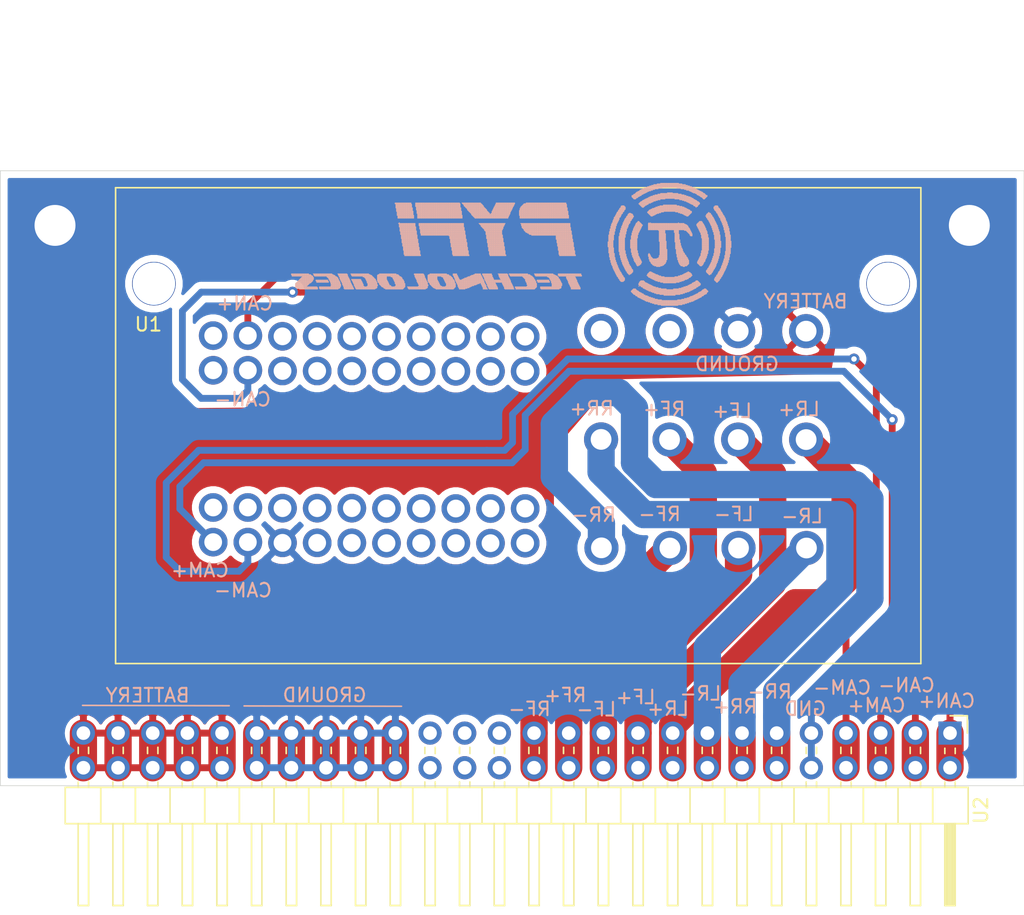
<source format=kicad_pcb>
(kicad_pcb (version 20171130) (host pcbnew 5.1.2-f72e74a~84~ubuntu19.04.1)
  (layers (0 F.Cu signal) (31 B.Cu signal) (34 B.Paste user) (35 F.Paste user) (36 B.SilkS user) (37 F.SilkS user) (38 B.Mask user) (39 F.Mask user) (44 Edge.Cuts user))
  (net 0 "")
  (net 1 "Net-(U1-Pad40)")
  (net 2 /CAMERA-)
  (net 3 "Net-(U1-Pad39)")
  (net 4 GND)
  (net 5 /CAMERA+)
  (net 6 /LF-)
  (net 7 /RF-)
  (net 8 /LR-)
  (net 9 /RR-)
  (net 10 /RF+)
  (net 11 /RR+)
  (net 12 /LF+)
  (net 13 /LR+)
  (net 14 /BATTERY)
  (net 15 "Net-(U1-Pad7)")
  (net 16 "Net-(U1-Pad17)")
  (net 17 "Net-(U1-Pad6)")
  (net 18 "Net-(U1-Pad16)")
  (net 19 /CAN+)
  (net 20 /CAN-)
  (net 21 "Net-(U2-Pad6)")
  (net 22 "Net-(U2-Pad7)")
  (net 23 "Net-(U2-Pad16)")
  (net 24 "Net-(U2-Pad17)")
  (net 25 "Net-(U2-Pad39)")
  (net 26 "Net-(U2-Pad40)")
  (module open-automation:LOGO (layer B.Cu) (at 140.07338 81.07172 180)
    (fp_text reference LOGO hide)
    (fp_text value "" (at -24.5 19.03) (layer B.SilkS) (effects (font (size 1.524 1.524)) (justify mirror)))
  )
  (module open-automation:TE-AUTO-CONN-52 (layer F.Cu) (at 131.73964 124.41428)
    (fp_text reference U2 (at 37.83 -3.235 270) (layer F.SilkS))
    (fp_text value TE-AUTO-CONN-52)
    (pad 2 thru_hole rect (at 35.56 -8.89 270) (size 1.7 1.7) (drill 1) (layers *.Cu *.Mask) (net 19 /CAN+))
    (pad 2 thru_hole oval (at 35.56 -6.35 270) (size 1.7 1.7) (drill 1) (layers *.Cu *.Mask) (net 19 /CAN+))
    (pad 12 thru_hole oval (at 33.02 -8.89 270) (size 1.7 1.7) (drill 1) (layers *.Cu *.Mask) (net 20 /CAN-))
    (pad 12 thru_hole oval (at 33.02 -6.35 270) (size 1.7 1.7) (drill 1) (layers *.Cu *.Mask) (net 20 /CAN-))
    (pad 31 thru_hole oval (at 30.48 -8.89 270) (size 1.7 1.7) (drill 1) (layers *.Cu *.Mask) (net 5 /CAMERA+))
    (pad 31 thru_hole oval (at 30.48 -6.35 270) (size 1.7 1.7) (drill 1) (layers *.Cu *.Mask) (net 5 /CAMERA+))
    (pad 32 thru_hole oval (at 27.94 -8.89 270) (size 1.7 1.7) (drill 1) (layers *.Cu *.Mask) (net 2 /CAMERA-))
    (pad 32 thru_hole oval (at 27.94 -6.35 270) (size 1.7 1.7) (drill 1) (layers *.Cu *.Mask) (net 2 /CAMERA-))
    (pad 33 thru_hole oval (at 25.4 -8.89 270) (size 1.7 1.7) (drill 1) (layers *.Cu *.Mask) (net 4 GND))
    (pad 33 thru_hole oval (at 25.4 -6.35 270) (size 1.7 1.7) (drill 1) (layers *.Cu *.Mask) (net 4 GND))
    (pad 49 thru_hole oval (at 22.86 -8.89 270) (size 1.7 1.7) (drill 1) (layers *.Cu *.Mask) (net 9 /RR-))
    (pad 49 thru_hole oval (at 22.86 -6.35 270) (size 1.7 1.7) (drill 1) (layers *.Cu *.Mask) (net 9 /RR-))
    (pad 45 thru_hole oval (at 20.32 -8.89 270) (size 1.7 1.7) (drill 1) (layers *.Cu *.Mask) (net 11 /RR+))
    (pad 45 thru_hole oval (at 20.32 -6.35 270) (size 1.7 1.7) (drill 1) (layers *.Cu *.Mask) (net 11 /RR+))
    (pad 52 thru_hole oval (at 17.78 -8.89 270) (size 1.7 1.7) (drill 1) (layers *.Cu *.Mask) (net 8 /LR-))
    (pad 52 thru_hole oval (at 17.78 -6.35 270) (size 1.7 1.7) (drill 1) (layers *.Cu *.Mask) (net 8 /LR-))
    (pad 48 thru_hole oval (at 15.24 -8.89 270) (size 1.7 1.7) (drill 1) (layers *.Cu *.Mask) (net 13 /LR+))
    (pad 48 thru_hole oval (at 15.24 -6.35 270) (size 1.7 1.7) (drill 1) (layers *.Cu *.Mask) (net 13 /LR+))
    (pad 47 thru_hole oval (at 12.7 -8.89 270) (size 1.7 1.7) (drill 1) (layers *.Cu *.Mask) (net 12 /LF+))
    (pad 47 thru_hole oval (at 12.7 -6.35 270) (size 1.7 1.7) (drill 1) (layers *.Cu *.Mask) (net 12 /LF+))
    (pad 51 thru_hole oval (at 10.16 -8.89 270) (size 1.7 1.7) (drill 1) (layers *.Cu *.Mask) (net 6 /LF-))
    (pad 51 thru_hole oval (at 10.16 -6.35 270) (size 1.7 1.7) (drill 1) (layers *.Cu *.Mask) (net 6 /LF-))
    (pad 46 thru_hole oval (at 7.62 -8.89 270) (size 1.7 1.7) (drill 1) (layers *.Cu *.Mask) (net 10 /RF+))
    (pad 46 thru_hole oval (at 7.62 -6.35 270) (size 1.7 1.7) (drill 1) (layers *.Cu *.Mask) (net 10 /RF+))
    (pad 50 thru_hole oval (at 5.08 -8.89 270) (size 1.7 1.7) (drill 1) (layers *.Cu *.Mask) (net 7 /RF-))
    (pad 50 thru_hole oval (at 5.08 -6.35 270) (size 1.7 1.7) (drill 1) (layers *.Cu *.Mask) (net 7 /RF-))
    (pad 6 thru_hole oval (at 2.54 -8.89 270) (size 1.7 1.7) (drill 1) (layers *.Cu *.Mask) (net 21 "Net-(U2-Pad6)"))
    (pad 7 thru_hole oval (at 2.54 -6.35 270) (size 1.7 1.7) (drill 1) (layers *.Cu *.Mask) (net 22 "Net-(U2-Pad7)"))
    (pad 16 thru_hole oval (at 0 -8.89 270) (size 1.7 1.7) (drill 1) (layers *.Cu *.Mask) (net 23 "Net-(U2-Pad16)"))
    (pad 17 thru_hole oval (at 0 -6.35 270) (size 1.7 1.7) (drill 1) (layers *.Cu *.Mask) (net 24 "Net-(U2-Pad17)"))
    (pad 39 thru_hole oval (at -2.54 -8.89 270) (size 1.7 1.7) (drill 1) (layers *.Cu *.Mask) (net 25 "Net-(U2-Pad39)"))
    (pad 40 thru_hole oval (at -2.54 -6.35 270) (size 1.7 1.7) (drill 1) (layers *.Cu *.Mask) (net 26 "Net-(U2-Pad40)"))
    (pad 43 thru_hole oval (at -5.08 -8.89 270) (size 1.7 1.7) (drill 1) (layers *.Cu *.Mask) (net 4 GND))
    (pad 43 thru_hole oval (at -5.08 -6.35 270) (size 1.7 1.7) (drill 1) (layers *.Cu *.Mask) (net 4 GND))
    (pad 43 thru_hole oval (at -7.62 -8.89 270) (size 1.7 1.7) (drill 1) (layers *.Cu *.Mask) (net 4 GND))
    (pad 43 thru_hole oval (at -7.62 -6.35 270) (size 1.7 1.7) (drill 1) (layers *.Cu *.Mask) (net 4 GND))
    (pad 43 thru_hole oval (at -10.16 -8.89 270) (size 1.7 1.7) (drill 1) (layers *.Cu *.Mask) (net 4 GND))
    (pad 43 thru_hole oval (at -10.16 -6.35 270) (size 1.7 1.7) (drill 1) (layers *.Cu *.Mask) (net 4 GND))
    (pad 43 thru_hole oval (at -12.7 -8.89 270) (size 1.7 1.7) (drill 1) (layers *.Cu *.Mask) (net 4 GND))
    (pad 43 thru_hole oval (at -12.7 -6.35 270) (size 1.7 1.7) (drill 1) (layers *.Cu *.Mask) (net 4 GND))
    (pad 43 thru_hole oval (at -15.24 -8.89 270) (size 1.7 1.7) (drill 1) (layers *.Cu *.Mask) (net 4 GND))
    (pad 43 thru_hole oval (at -15.24 -6.35 270) (size 1.7 1.7) (drill 1) (layers *.Cu *.Mask) (net 4 GND))
    (pad 44 thru_hole oval (at -17.78 -8.89 270) (size 1.7 1.7) (drill 1) (layers *.Cu *.Mask) (net 14 /BATTERY))
    (pad 44 thru_hole oval (at -17.78 -6.35 270) (size 1.7 1.7) (drill 1) (layers *.Cu *.Mask) (net 14 /BATTERY))
    (pad 44 thru_hole oval (at -20.32 -8.89 270) (size 1.7 1.7) (drill 1) (layers *.Cu *.Mask) (net 14 /BATTERY))
    (pad 44 thru_hole oval (at -20.32 -6.35 270) (size 1.7 1.7) (drill 1) (layers *.Cu *.Mask) (net 14 /BATTERY))
    (pad 44 thru_hole oval (at -22.86 -8.89 270) (size 1.7 1.7) (drill 1) (layers *.Cu *.Mask) (net 14 /BATTERY))
    (pad 44 thru_hole oval (at -22.86 -6.35 270) (size 1.7 1.7) (drill 1) (layers *.Cu *.Mask) (net 14 /BATTERY))
    (pad 44 thru_hole oval (at -25.4 -8.89 270) (size 1.7 1.7) (drill 1) (layers *.Cu *.Mask) (net 14 /BATTERY))
    (pad 44 thru_hole oval (at -25.4 -6.35 270) (size 1.7 1.7) (drill 1) (layers *.Cu *.Mask) (net 14 /BATTERY))
    (pad 44 thru_hole oval (at -27.94 -8.89 270) (size 1.7 1.7) (drill 1) (layers *.Cu *.Mask) (net 14 /BATTERY))
    (pad 44 thru_hole oval (at -27.94 -6.35 270) (size 1.7 1.7) (drill 1) (layers *.Cu *.Mask) (net 14 /BATTERY))
  )
  (module open-automation:Adapter-TE-52 (layer F.Cu) (at 108.966 82.5754 180)
    (fp_text reference U1 (at 0.4064 -2.9845) (layer F.SilkS))
    (fp_text value Adapter-TE-52)
    (pad 25 thru_hole circle (at -14.5034 -16.4592 180) (size 2.1 2.1) (drill 1.3) (layers *.Cu *.Mask))
    (pad 26 thru_hole circle (at -17.0434 -16.4846 180) (size 2.1 2.1) (drill 1.3) (layers *.Cu *.Mask))
    (pad 21 thru_hole circle (at -4.3434 -16.4084 180) (size 2.1 2.1) (drill 1.3) (layers *.Cu *.Mask))
    (pad 28 thru_hole circle (at -22.1234 -16.4846 180) (size 2.1 2.1) (drill 1.3) (layers *.Cu *.Mask))
    (pad 29 thru_hole circle (at -24.6634 -16.4846 180) (size 2.1 2.1) (drill 1.3) (layers *.Cu *.Mask))
    (pad 40 thru_hole circle (at -27.2034 -19.0246 180) (size 2.1 2.1) (drill 1.3) (layers *.Cu *.Mask) (net 1 "Net-(U1-Pad40)"))
    (pad 32 thru_hole circle (at -6.8834 -18.9484 180) (size 2.1 2.1) (drill 1.3) (layers *.Cu *.Mask) (net 2 /CAMERA-))
    (pad 39 thru_hole circle (at -24.6634 -19.0246 180) (size 2.1 2.1) (drill 1.3) (layers *.Cu *.Mask) (net 3 "Net-(U1-Pad39)"))
    (pad 22 thru_hole circle (at -6.8834 -16.4084 180) (size 2.1 2.1) (drill 1.3) (layers *.Cu *.Mask))
    (pad 27 thru_hole circle (at -19.5834 -16.4846 180) (size 2.1 2.1) (drill 1.3) (layers *.Cu *.Mask))
    (pad 33 thru_hole circle (at -9.4234 -18.9992 180) (size 2.1 2.1) (drill 1.3) (layers *.Cu *.Mask) (net 4 GND))
    (pad 23 thru_hole circle (at -9.4234 -16.4592 180) (size 2.1 2.1) (drill 1.3) (layers *.Cu *.Mask))
    (pad 31 thru_hole circle (at -4.3434 -18.9484 180) (size 2.1 2.1) (drill 1.3) (layers *.Cu *.Mask) (net 5 /CAMERA+))
    (pad 35 thru_hole circle (at -14.5034 -18.9992 180) (size 2.1 2.1) (drill 1.3) (layers *.Cu *.Mask))
    (pad 24 thru_hole circle (at -11.9634 -16.4592 180) (size 2.1 2.1) (drill 1.3) (layers *.Cu *.Mask))
    (pad 38 thru_hole circle (at -22.1234 -19.0246 180) (size 2.1 2.1) (drill 1.3) (layers *.Cu *.Mask))
    (pad 37 thru_hole circle (at -19.5834 -19.0246 180) (size 2.1 2.1) (drill 1.3) (layers *.Cu *.Mask))
    (pad 36 thru_hole circle (at -17.0434 -19.0246 180) (size 2.1 2.1) (drill 1.3) (layers *.Cu *.Mask))
    (pad 34 thru_hole circle (at -11.9634 -18.9992 180) (size 2.1 2.1) (drill 1.3) (layers *.Cu *.Mask))
    (pad 30 thru_hole circle (at -27.2034 -16.4846 180) (size 2.1 2.1) (drill 1.3) (layers *.Cu *.Mask))
    (pad 51 thru_hole circle (at -42.8371 -19.3802 180) (size 2.5 2.5) (drill 1.52) (layers *.Cu *.Mask) (net 6 /LF-))
    (pad 50 thru_hole circle (at -37.8079 -19.3802 180) (size 2.5 2.5) (drill 1.52) (layers *.Cu *.Mask) (net 7 /RF-))
    (pad 52 thru_hole circle (at -47.8155 -19.3802 180) (size 2.5 2.5) (drill 1.52) (layers *.Cu *.Mask) (net 8 /LR-))
    (pad 49 thru_hole circle (at -32.7914 -19.3675 180) (size 2.5 2.5) (drill 1.52) (layers *.Cu *.Mask) (net 9 /RR-))
    (pad 46 thru_hole circle (at -37.7825 -11.43 180) (size 2.5 2.5) (drill 1.52) (layers *.Cu *.Mask) (net 10 /RF+))
    (pad 45 thru_hole circle (at -32.766 -11.4173 180) (size 2.5 2.5) (drill 1.52) (layers *.Cu *.Mask) (net 11 /RR+))
    (pad 47 thru_hole circle (at -42.8117 -11.43 180) (size 2.5 2.5) (drill 1.52) (layers *.Cu *.Mask) (net 12 /LF+))
    (pad 48 thru_hole circle (at -47.7901 -11.43 180) (size 2.5 2.5) (drill 1.52) (layers *.Cu *.Mask) (net 13 /LR+))
    (pad 44 thru_hole circle (at -47.7901 -3.4798 180) (size 2.5 2.5) (drill 1.52) (layers *.Cu *.Mask) (net 14 /BATTERY))
    (pad 43 thru_hole circle (at -42.8117 -3.4798 180) (size 2.5 2.5) (drill 1.52) (layers *.Cu *.Mask) (net 4 GND))
    (pad 42 thru_hole circle (at -37.7825 -3.4798 180) (size 2.5 2.5) (drill 1.52) (layers *.Cu *.Mask))
    (pad 41 thru_hole circle (at -32.766 -3.4671 180) (size 2.5 2.5) (drill 1.52) (layers *.Cu *.Mask))
    (pad 20 thru_hole circle (at -27.2034 -6.4262 180) (size 2.1 2.1) (drill 1.3) (layers *.Cu *.Mask))
    (pad 10 thru_hole circle (at -27.2034 -3.8862 180) (size 2.1 2.1) (drill 1.3) (layers *.Cu *.Mask))
    (pad 9 thru_hole circle (at -24.6634 -3.8862 180) (size 2.1 2.1) (drill 1.3) (layers *.Cu *.Mask))
    (pad 19 thru_hole circle (at -24.6634 -6.4262 180) (size 2.1 2.1) (drill 1.3) (layers *.Cu *.Mask))
    (pad 18 thru_hole circle (at -22.1234 -6.4262 180) (size 2.1 2.1) (drill 1.3) (layers *.Cu *.Mask))
    (pad 8 thru_hole circle (at -22.1234 -3.8862 180) (size 2.1 2.1) (drill 1.3) (layers *.Cu *.Mask))
    (pad 7 thru_hole circle (at -19.5834 -3.8862 180) (size 2.1 2.1) (drill 1.3) (layers *.Cu *.Mask) (net 15 "Net-(U1-Pad7)"))
    (pad 17 thru_hole circle (at -19.5834 -6.4262 180) (size 2.1 2.1) (drill 1.3) (layers *.Cu *.Mask) (net 16 "Net-(U1-Pad17)"))
    (pad 6 thru_hole circle (at -17.0434 -3.8862 180) (size 2.1 2.1) (drill 1.3) (layers *.Cu *.Mask) (net 17 "Net-(U1-Pad6)"))
    (pad 16 thru_hole circle (at -17.0434 -6.4262 180) (size 2.1 2.1) (drill 1.3) (layers *.Cu *.Mask) (net 18 "Net-(U1-Pad16)"))
    (pad 15 thru_hole circle (at -14.5034 -6.4008 180) (size 2.1 2.1) (drill 1.3) (layers *.Cu *.Mask))
    (pad 5 thru_hole circle (at -14.5034 -3.8608 180) (size 2.1 2.1) (drill 1.3) (layers *.Cu *.Mask))
    (pad 3 thru_hole circle (at -9.4234 -3.8608 180) (size 2.1 2.1) (drill 1.3) (layers *.Cu *.Mask))
    (pad 14 thru_hole circle (at -11.9634 -6.4008 180) (size 2.1 2.1) (drill 1.3) (layers *.Cu *.Mask))
    (pad 13 thru_hole circle (at -9.4234 -6.4008 180) (size 2.1 2.1) (drill 1.3) (layers *.Cu *.Mask))
    (pad 4 thru_hole circle (at -11.9634 -3.8608 180) (size 2.1 2.1) (drill 1.3) (layers *.Cu *.Mask))
    (pad 2 thru_hole circle (at -6.8834 -3.81 180) (size 2.1 2.1) (drill 1.3) (layers *.Cu *.Mask) (net 19 /CAN+))
    (pad 12 thru_hole circle (at -6.8834 -6.35 180) (size 2.1 2.1) (drill 1.3) (layers *.Cu *.Mask) (net 20 /CAN-))
    (pad 11 thru_hole circle (at -4.3434 -6.35 180) (size 2.1 2.1) (drill 1.3) (layers *.Cu *.Mask))
    (pad 1 thru_hole circle (at -4.3434 -3.81 180) (size 2.1 2.1) (drill 1.3) (layers *.Cu *.Mask))
    (pad ~ thru_hole circle (at -53.7972 0 180) (size 3.2 3.2) (drill 3.1) (layers *.Cu *.Mask))
    (pad ~ thru_hole circle (at 0 0 180) (size 3.2 3.2) (drill 3.1) (layers *.Cu *.Mask))
  )
  (gr_text GND (at 156.69768 113.73612) (layer B.SilkS) (effects (font (size 1 1)) (justify mirror)))
  (gr_line (start 103.73868 113.49228) (end 114.48288 113.51768) (layer B.SilkS) (width 0.12))
  (gr_line (start 115.57508 113.53292) (end 127.10668 113.55832) (layer B.SilkS) (width 0.12))
  (gr_text GROUND (at 121.47296 112.73282) (layer B.SilkS) (effects (font (size 1 1)) (justify mirror)))
  (gr_text BATTERY (at 108.5088 112.75568) (layer B.SilkS) (effects (font (size 1 1)) (justify mirror)))
  (gr_text RF- (at 136.48944 113.75644) (layer B.SilkS) (effects (font (size 1 1)) (justify mirror)))
  (gr_text RF+ (at 139.10818 112.74298) (layer B.SilkS) (effects (font (size 1 1)) (justify mirror)))
  (gr_text LF- (at 141.38402 113.77676) (layer B.SilkS) (effects (font (size 1 1)) (justify mirror)))
  (gr_text LF+ (at 144.26438 112.88522) (layer B.SilkS) (effects (font (size 1 1)) (justify mirror)))
  (gr_text LR+ (at 146.63928 113.73612) (layer B.SilkS) (effects (font (size 1 1)) (justify mirror)))
  (gr_text LR- (at 149.01672 112.62106) (layer B.SilkS) (effects (font (size 1 1)) (justify mirror)))
  (gr_text RR+ (at 151.55418 113.57356) (layer B.SilkS) (effects (font (size 1 1)) (justify mirror)))
  (gr_text RR- (at 154.09164 112.47882) (layer B.SilkS) (effects (font (size 1 1)) (justify mirror)))
  (gr_text CAN+ (at 167.06596 113.16208) (layer B.SilkS) (effects (font (size 1 1)) (justify mirror)))
  (gr_text CAN- (at 164.11448 112.014) (layer B.SilkS) (effects (font (size 1 1)) (justify mirror)))
  (gr_text CAM- (at 159.40024 112.1918) (layer B.SilkS) (effects (font (size 1 1)) (justify mirror)))
  (gr_text CAM+ (at 161.91992 113.4872) (layer B.SilkS) (effects (font (size 1 1)) (justify mirror)))
  (gr_text GROUND (at 151.6888 88.4682) (layer B.SilkS) (effects (font (size 1 1)) (justify mirror)))
  (gr_text BATTERY (at 156.718 83.8708) (layer B.SilkS) (effects (font (size 1 1)) (justify mirror)))
  (gr_text LR- (at 156.464 99.6188) (layer B.SilkS) (effects (font (size 1 1)) (justify mirror)))
  (gr_text LF- (at 151.4602 99.4664) (layer B.SilkS) (effects (font (size 1 1)) (justify mirror)))
  (gr_text LR+ (at 156.2354 91.7702) (layer B.SilkS) (effects (font (size 1 1)) (justify mirror)))
  (gr_text LF+ (at 151.3332 91.8972) (layer B.SilkS) (effects (font (size 1 1)) (justify mirror)))
  (gr_text RF+ (at 146.3548 91.7702) (layer B.SilkS) (effects (font (size 1 1)) (justify mirror)))
  (gr_text RR+ (at 141.0462 91.7194) (layer B.SilkS) (effects (font (size 1 1)) (justify mirror)))
  (gr_text RF- (at 146.0246 99.4664) (layer B.SilkS) (effects (font (size 1 1)) (justify mirror)))
  (gr_text RR- (at 141.1986 99.5172) (layer B.SilkS) (effects (font (size 1 1)) (justify mirror)))
  (gr_text CAM- (at 115.4938 105.0544) (layer B.SilkS) (effects (font (size 1 1)) (justify mirror)))
  (gr_text CAM+ (at 112.3442 103.5812) (layer B.SilkS) (effects (font (size 1 1)) (justify mirror)))
  (gr_text CAN- (at 115.4684 91.059) (layer B.SilkS) (effects (font (size 1 1)) (justify mirror)))
  (gr_text CAN+ (at 115.6208 84.0232) (layer B.SilkS) (effects (font (size 1 1)) (justify mirror)))
  (gr_line (start 172.72 74.295) (end 172.72 119.38) (layer Edge.Cuts) (width 0.05))
  (gr_line (start 97.7138 74.295) (end 172.72 74.295) (layer Edge.Cuts) (width 0.05))
  (gr_line (start 97.7138 119.38) (end 97.7138 74.295) (layer Edge.Cuts) (width 0.05))
  (gr_line (start 172.72 119.38) (end 97.7138 119.38) (layer Edge.Cuts) (width 0.05))
  (segment (start 159.67964 115.52428) (end 159.67964 118.06428) (width 2) (layer F.Cu) (net 2))
  (segment (start 133.352332 94.7928) (end 112.24768 94.7928) (width 0.5) (layer B.Cu) (net 2))
  (segment (start 109.87024 102.6414) (end 110.88624 103.6574) (width 0.5) (layer B.Cu) (net 2))
  (segment (start 112.24768 94.7928) (end 109.87024 97.17024) (width 0.5) (layer B.Cu) (net 2))
  (segment (start 110.88624 103.6574) (end 115.200724 103.6574) (width 0.5) (layer B.Cu) (net 2))
  (segment (start 115.200724 103.6574) (end 115.8494 103.008724) (width 0.5) (layer B.Cu) (net 2))
  (segment (start 109.87024 97.17024) (end 109.87024 102.6414) (width 0.5) (layer B.Cu) (net 2))
  (segment (start 115.8494 103.008724) (end 115.8494 101.5238) (width 0.5) (layer B.Cu) (net 2))
  (segment (start 133.352332 94.7928) (end 134.6708 94.7928) (width 0.5) (layer B.Cu) (net 2))
  (segment (start 134.6708 94.7928) (end 135.24484 94.21876) (width 0.5) (layer B.Cu) (net 2))
  (via (at 160.26384 88.09736) (size 0.8) (drill 0.4) (layers F.Cu B.Cu) (net 2))
  (segment (start 139.293642 88.09736) (end 160.26384 88.09736) (width 0.5) (layer B.Cu) (net 2))
  (segment (start 135.24484 92.146162) (end 139.293642 88.09736) (width 0.5) (layer B.Cu) (net 2))
  (segment (start 135.24484 94.21876) (end 135.24484 92.146162) (width 0.5) (layer B.Cu) (net 2))
  (segment (start 161.8996 89.73312) (end 160.26384 88.09736) (width 0.5) (layer F.Cu) (net 2))
  (segment (start 161.8996 105.33888) (end 161.8996 89.73312) (width 0.5) (layer F.Cu) (net 2))
  (segment (start 159.67964 115.52428) (end 159.67964 107.55884) (width 0.5) (layer F.Cu) (net 2))
  (segment (start 159.67964 107.55884) (end 161.8996 105.33888) (width 0.5) (layer F.Cu) (net 2))
  (segment (start 116.49964 115.52428) (end 116.49964 118.06428) (width 2) (layer F.Cu) (net 4))
  (segment (start 119.03964 115.52428) (end 119.03964 118.06428) (width 2) (layer F.Cu) (net 4))
  (segment (start 121.57964 115.52428) (end 121.57964 118.06428) (width 2) (layer F.Cu) (net 4))
  (segment (start 124.11964 118.06428) (end 124.11964 115.52428) (width 2) (layer F.Cu) (net 4))
  (segment (start 126.65964 115.52428) (end 126.65964 118.06428) (width 2) (layer F.Cu) (net 4))
  (via (at 168.71442 78.30312) (size 5) (drill 3) (layers F.Cu B.Cu) (net 4))
  (via (at 101.71938 78.30312) (size 5) (drill 3) (layers F.Cu B.Cu) (net 4))
  (segment (start 162.21964 115.52428) (end 162.21964 118.06428) (width 2) (layer F.Cu) (net 5))
  (segment (start 162.21964 114.322199) (end 162.2298 114.312039) (width 0.5) (layer F.Cu) (net 5))
  (segment (start 162.21964 115.52428) (end 162.21964 114.322199) (width 0.5) (layer F.Cu) (net 5))
  (segment (start 162.2298 114.312039) (end 162.2298 107.82808) (width 0.5) (layer F.Cu) (net 5))
  (segment (start 162.2298 107.82808) (end 163.06292 106.99496) (width 0.5) (layer F.Cu) (net 5))
  (segment (start 163.06292 106.99496) (end 163.06292 92.54236) (width 0.5) (layer F.Cu) (net 5))
  (segment (start 139.388205 88.992761) (end 159.513321 88.992761) (width 0.5) (layer B.Cu) (net 5))
  (segment (start 136.17448 92.206486) (end 139.388205 88.992761) (width 0.5) (layer B.Cu) (net 5))
  (segment (start 136.17448 94.74708) (end 136.17448 92.206486) (width 0.5) (layer B.Cu) (net 5))
  (segment (start 113.3094 101.5238) (end 110.86592 99.08032) (width 0.5) (layer B.Cu) (net 5))
  (segment (start 135.21436 95.7072) (end 136.17448 94.74708) (width 0.5) (layer B.Cu) (net 5))
  (via (at 163.06292 92.54236) (size 0.8) (drill 0.4) (layers F.Cu B.Cu) (net 5))
  (segment (start 159.513321 88.992761) (end 163.06292 92.54236) (width 0.5) (layer B.Cu) (net 5))
  (segment (start 110.86592 99.08032) (end 110.86592 97.44456) (width 0.5) (layer B.Cu) (net 5))
  (segment (start 110.86592 97.44456) (end 112.60328 95.7072) (width 0.5) (layer B.Cu) (net 5))
  (segment (start 112.60328 95.7072) (end 135.21436 95.7072) (width 0.5) (layer B.Cu) (net 5))
  (segment (start 141.89964 118.06428) (end 141.89964 115.52428) (width 2) (layer F.Cu) (net 6))
  (segment (start 151.8031 103.723366) (end 151.8031 101.9556) (width 2) (layer F.Cu) (net 6))
  (segment (start 141.89964 115.52428) (end 141.89964 113.810425) (width 2) (layer F.Cu) (net 6))
  (segment (start 151.8031 103.906965) (end 151.8031 103.723366) (width 2) (layer F.Cu) (net 6))
  (segment (start 141.89964 113.810425) (end 151.8031 103.906965) (width 2) (layer F.Cu) (net 6))
  (segment (start 136.81964 111.90986) (end 146.7739 101.9556) (width 2) (layer F.Cu) (net 7))
  (segment (start 136.81964 115.52428) (end 136.81964 111.90986) (width 2) (layer F.Cu) (net 7))
  (segment (start 136.81964 115.52428) (end 136.81964 118.06428) (width 2) (layer F.Cu) (net 7))
  (segment (start 149.51964 109.21746) (end 149.51964 115.52428) (width 2) (layer B.Cu) (net 8))
  (segment (start 156.7815 101.9556) (end 149.51964 109.21746) (width 2) (layer B.Cu) (net 8))
  (segment (start 149.51964 115.52428) (end 149.51964 118.06428) (width 2) (layer F.Cu) (net 8))
  (segment (start 144.182001 95.708641) (end 145.778948 97.305588) (width 2) (layer B.Cu) (net 9))
  (segment (start 141.7574 100.175134) (end 138.30808 96.725814) (width 2) (layer B.Cu) (net 9))
  (segment (start 161.431512 98.363312) (end 161.431512 105.629168) (width 2) (layer B.Cu) (net 9))
  (segment (start 140.62964 90.556081) (end 143.027401 90.556081) (width 2) (layer B.Cu) (net 9))
  (segment (start 160.373788 97.305588) (end 161.431512 98.363312) (width 2) (layer B.Cu) (net 9))
  (segment (start 138.30808 92.877641) (end 140.62964 90.556081) (width 2) (layer B.Cu) (net 9))
  (segment (start 145.778948 97.305588) (end 160.373788 97.305588) (width 2) (layer B.Cu) (net 9))
  (segment (start 154.59964 114.322199) (end 154.59964 115.52428) (width 2) (layer B.Cu) (net 9))
  (segment (start 144.182001 91.710681) (end 144.182001 95.708641) (width 2) (layer B.Cu) (net 9))
  (segment (start 161.431512 105.629168) (end 154.59964 112.46104) (width 2) (layer B.Cu) (net 9))
  (segment (start 141.7574 101.9429) (end 141.7574 100.175134) (width 2) (layer B.Cu) (net 9))
  (segment (start 143.027401 90.556081) (end 144.182001 91.710681) (width 2) (layer B.Cu) (net 9))
  (segment (start 138.30808 96.725814) (end 138.30808 92.877641) (width 2) (layer B.Cu) (net 9))
  (segment (start 154.59964 112.46104) (end 154.59964 114.322199) (width 2) (layer B.Cu) (net 9))
  (segment (start 154.59964 115.52428) (end 154.59964 118.06428) (width 2) (layer F.Cu) (net 9))
  (segment (start 139.35964 115.52428) (end 139.35964 118.06428) (width 2) (layer F.Cu) (net 10))
  (segment (start 149.223901 96.480801) (end 147.998499 95.255399) (width 2) (layer F.Cu) (net 10))
  (segment (start 147.998499 95.255399) (end 146.7485 94.0054) (width 2) (layer F.Cu) (net 10))
  (segment (start 139.35964 115.52428) (end 139.35964 113.23914) (width 2) (layer F.Cu) (net 10))
  (segment (start 149.223901 103.374879) (end 149.223901 96.480801) (width 2) (layer F.Cu) (net 10))
  (segment (start 139.35964 113.23914) (end 149.223901 103.374879) (width 2) (layer F.Cu) (net 10))
  (segment (start 141.732 93.9927) (end 141.732 96.369924) (width 2) (layer B.Cu) (net 11))
  (segment (start 159.231501 99.505599) (end 159.231501 104.715139) (width 2) (layer B.Cu) (net 11))
  (segment (start 141.732 96.369924) (end 141.98199 96.619915) (width 2) (layer B.Cu) (net 11))
  (segment (start 152.05964 114.322199) (end 152.05964 115.52428) (width 2) (layer B.Cu) (net 11))
  (segment (start 152.05964 111.887) (end 152.05964 114.322199) (width 2) (layer B.Cu) (net 11))
  (segment (start 159.231501 104.715139) (end 152.05964 111.887) (width 2) (layer B.Cu) (net 11))
  (segment (start 144.867674 99.505599) (end 159.231501 99.505599) (width 2) (layer B.Cu) (net 11))
  (segment (start 141.98199 96.619915) (end 144.867674 99.505599) (width 2) (layer B.Cu) (net 11))
  (segment (start 152.05964 115.52428) (end 152.05964 118.06428) (width 2) (layer F.Cu) (net 11))
  (segment (start 144.43964 115.52428) (end 144.43964 118.06428) (width 2) (layer F.Cu) (net 12))
  (segment (start 154.31008 104.51127) (end 154.31008 96.53778) (width 2) (layer F.Cu) (net 12))
  (segment (start 153.027699 95.255399) (end 151.7777 94.0054) (width 2) (layer F.Cu) (net 12))
  (segment (start 154.31008 96.53778) (end 153.027699 95.255399) (width 2) (layer F.Cu) (net 12))
  (segment (start 144.43964 114.38171) (end 154.31008 104.51127) (width 2) (layer F.Cu) (net 12))
  (segment (start 144.43964 115.52428) (end 144.43964 114.38171) (width 2) (layer F.Cu) (net 12))
  (segment (start 146.97964 118.06428) (end 146.97964 115.52428) (width 2) (layer F.Cu) (net 13))
  (segment (start 155.963835 105.9688) (end 157.96768 105.9688) (width 2) (layer F.Cu) (net 13))
  (segment (start 146.97964 115.52428) (end 146.97964 114.952995) (width 2) (layer F.Cu) (net 13))
  (segment (start 146.97964 114.952995) (end 155.963835 105.9688) (width 2) (layer F.Cu) (net 13))
  (segment (start 157.96768 105.9688) (end 159.6136 104.32288) (width 2) (layer F.Cu) (net 13))
  (segment (start 159.6136 104.32288) (end 159.6136 96.8629) (width 2) (layer F.Cu) (net 13))
  (segment (start 159.6136 96.8629) (end 158.006099 95.255399) (width 2) (layer F.Cu) (net 13))
  (segment (start 158.006099 95.255399) (end 156.7561 94.0054) (width 2) (layer F.Cu) (net 13))
  (segment (start 103.79964 115.52428) (end 103.79964 118.06428) (width 2) (layer F.Cu) (net 14))
  (segment (start 106.33964 118.06428) (end 106.33964 115.52428) (width 2) (layer F.Cu) (net 14))
  (segment (start 108.87964 115.52428) (end 108.87964 118.06428) (width 2) (layer F.Cu) (net 14))
  (segment (start 111.41964 115.52428) (end 111.41964 118.06428) (width 2) (layer F.Cu) (net 14))
  (segment (start 113.95964 115.52428) (end 113.95964 118.06428) (width 2) (layer F.Cu) (net 14))
  (segment (start 167.29964 115.52428) (end 167.29964 114.17428) (width 0.5) (layer F.Cu) (net 19))
  (segment (start 167.29964 91.62288) (end 167.29964 115.52428) (width 0.5) (layer F.Cu) (net 19))
  (segment (start 157.58668 81.90992) (end 167.29964 91.62288) (width 0.5) (layer F.Cu) (net 19))
  (segment (start 115.8494 86.3854) (end 115.8494 84.20608) (width 0.5) (layer F.Cu) (net 19))
  (segment (start 118.14556 81.90992) (end 157.58668 81.90992) (width 0.5) (layer F.Cu) (net 19))
  (segment (start 115.8494 84.20608) (end 118.14556 81.90992) (width 0.5) (layer F.Cu) (net 19))
  (segment (start 167.29964 115.52428) (end 167.29964 118.06428) (width 2) (layer F.Cu) (net 19))
  (via (at 119.12092 83.19516) (size 0.8) (drill 0.4) (layers F.Cu B.Cu) (net 20))
  (segment (start 115.8494 90.410324) (end 115.8494 88.9254) (width 0.5) (layer B.Cu) (net 20))
  (segment (start 112.43564 83.19516) (end 111.05388 84.57692) (width 0.5) (layer B.Cu) (net 20))
  (segment (start 111.05388 89.60104) (end 112.43564 90.9828) (width 0.5) (layer B.Cu) (net 20))
  (segment (start 115.276924 90.9828) (end 115.8494 90.410324) (width 0.5) (layer B.Cu) (net 20))
  (segment (start 112.43564 90.9828) (end 115.276924 90.9828) (width 0.5) (layer B.Cu) (net 20))
  (segment (start 119.12092 83.19516) (end 112.43564 83.19516) (width 0.5) (layer B.Cu) (net 20))
  (segment (start 111.05388 84.57692) (end 111.05388 89.60104) (width 0.5) (layer B.Cu) (net 20))
  (segment (start 164.75964 115.52428) (end 164.75964 90.60688) (width 0.5) (layer F.Cu) (net 20))
  (segment (start 157.34792 83.19516) (end 119.686605 83.19516) (width 0.5) (layer F.Cu) (net 20))
  (segment (start 119.686605 83.19516) (end 119.12092 83.19516) (width 0.5) (layer F.Cu) (net 20))
  (segment (start 164.75964 90.60688) (end 157.34792 83.19516) (width 0.5) (layer F.Cu) (net 20))
  (segment (start 164.75964 115.52428) (end 164.75964 118.06428) (width 2) (layer F.Cu) (net 20))
  (zone (net 4) (net_name GND) (layer B.Cu) (connect_pads (clearance 0.508)) (min_thickness 0.254) (fill yes (arc_segments 32) (thermal_gap 0.508) (thermal_bridge_width 0.508))
    (polygon (pts (xy 97.8535 119.253) (xy 172.6184 119.3038) (xy 172.6184 74.3966) (xy 97.7392 74.3966)))
  )
  (zone (net 14) (net_name /BATTERY) (layer F.Cu) (connect_pads (clearance 0.508)) (min_thickness 0.254) (fill yes (arc_segments 32) (thermal_gap 0.508) (thermal_bridge_width 0.508))
    (polygon (pts (xy 102.77856 119.26316) (xy 114.94516 119.39016) (xy 115.33124 105.10012) (xy 117.05336 103.73868) (xy 138.26236 103.36276) (xy 138.28776 94.7674) (xy 142.74292 89.59088) (xy 158.5722 89.18956) (xy 159.01416 86.51748) (xy 158.05404 85.07476) (xy 155.03144 82.931) (xy 139.05992 82.91576) (xy 121.50852 82.72272) (xy 121.40692 91.59748) (xy 106.5784 91.74988) (xy 102.90556 94.99092)))
  )
)
</source>
